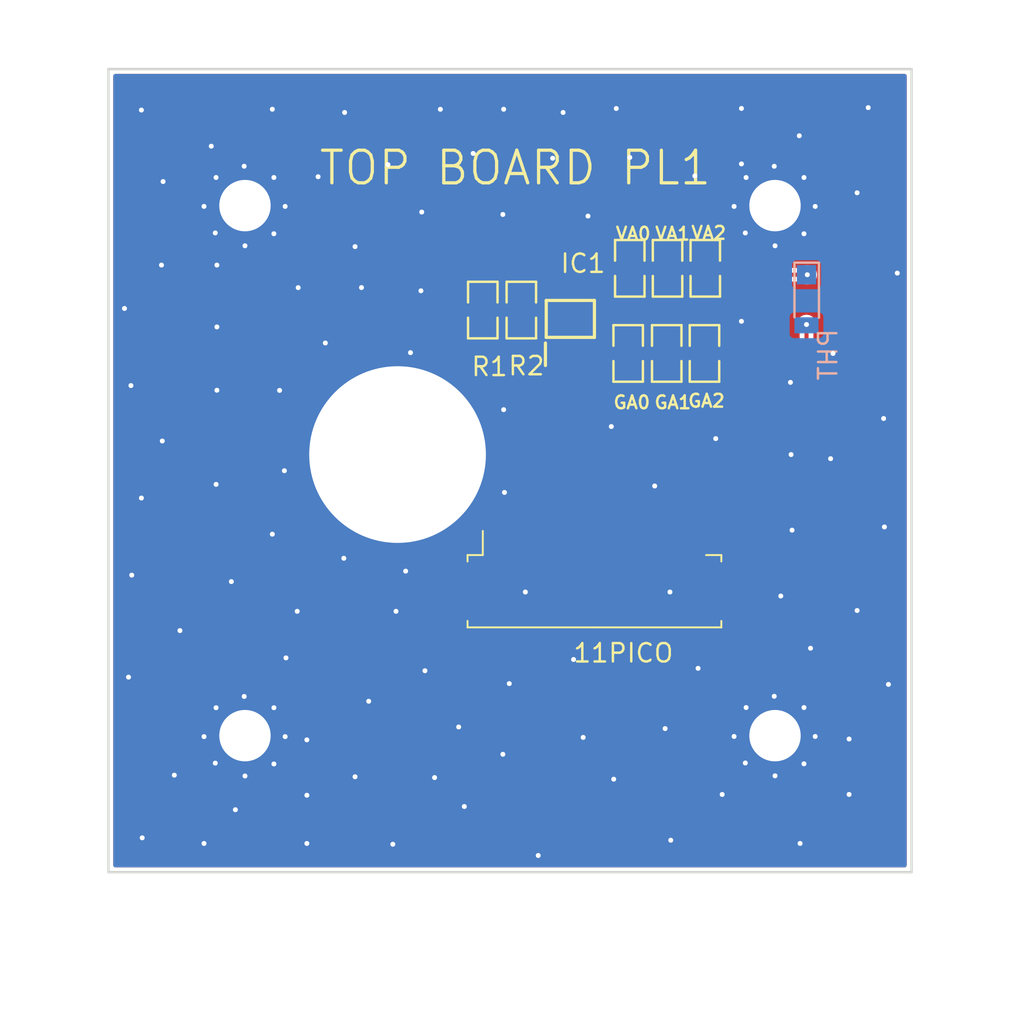
<source format=kicad_pcb>
(kicad_pcb (version 20211014) (generator pcbnew)
  (layers (0 "F.Cu" signal) (31 "B.Cu" signal) (34 "B.Paste" user) (35 "F.Paste" user) (36 "B.SilkS" user "B.Silkscreen") (37 "F.SilkS" user "F.Silkscreen") (38 "B.Mask" user) (39 "F.Mask" user) (44 "Edge.Cuts" user))
  (net 0 "")
  (net 1 "GND")
  (net 2 "PHOTODIODE_GND")
  (net 3 "PHOTODIODE")
  (net 4 "VCC")
  (net 5 "SCL")
  (net 6 "SDA")
  (net 7 "IC1_7")
  (net 8 "IC1_6")
  (net 9 "IC1_5")
  (footprint "easyeda:R0805" (layer "F.Cu") (at 37.438 89.078 90)
    (fp_text reference "GA0" (at -3.051 -0.999) (layer "F.SilkS") (effects (font (size 0.8 0.8) (thickness 0.152)) (justify left)))
    (fp_text value "5k" hide)
    (fp_line (start -1.761 -0.917) (end -0.476 -0.917) (layer "F.SilkS") (width 0.152))
    (fp_line (start 1.761 0.917) (end 1.761 -0.917) (layer "F.SilkS") (width 0.152))
    (fp_line (start 0.476 0.917) (end 1.761 0.917) (layer "F.SilkS") (width 0.152))
    (fp_line (start 1.761 -0.917) (end 0.476 -0.917) (layer "F.SilkS") (width 0.152))
    (fp_line (start -1.761 0.917) (end -1.761 -0.917) (layer "F.SilkS") (width 0.152))
    (fp_line (start -0.476 0.917) (end -1.761 0.917) (layer "F.SilkS") (width 0.152))
    (pad "1" smd rect locked (at -0.966 0 90) (size 1.133 1.377) (layers "F.Cu" "F.Paste" "F.Mask") (net 1 "GND"))
    (pad "2" smd rect locked (at 0.966 0 90) (size 1.133 1.377) (layers "F.Cu" "F.Paste" "F.Mask") (net 7 "IC1_7"))
  )
  (footprint "easyeda:R0805" (layer "F.Cu") (at 39.839 89.078 90)
    (fp_text reference "GA1" (at -3.051 -0.85) (layer "F.SilkS") (effects (font (size 0.8 0.8) (thickness 0.152)) (justify left)))
    (fp_text value "5k" hide)
    (fp_line (start -0.476 0.917) (end -1.761 0.917) (layer "F.SilkS") (width 0.152))
    (fp_line (start 1.761 0.917) (end 1.761 -0.917) (layer "F.SilkS") (width 0.152))
    (fp_line (start 0.476 0.917) (end 1.761 0.917) (layer "F.SilkS") (width 0.152))
    (fp_line (start -1.761 0.917) (end -1.761 -0.917) (layer "F.SilkS") (width 0.152))
    (fp_line (start 1.761 -0.917) (end 0.476 -0.917) (layer "F.SilkS") (width 0.152))
    (fp_line (start -1.761 -0.917) (end -0.476 -0.917) (layer "F.SilkS") (width 0.152))
    (pad "1" smd rect locked (at -0.966 0 90) (size 1.133 1.377) (layers "F.Cu" "F.Paste" "F.Mask") (net 1 "GND"))
    (pad "2" smd rect locked (at 0.966 0 90) (size 1.133 1.377) (layers "F.Cu" "F.Paste" "F.Mask") (net 8 "IC1_6"))
  )
  (footprint "easyeda:R0805" (layer "F.Cu") (at 37.538 83.777 90)
    (fp_text reference "VA0" (at 2.15 -0.951) (layer "F.SilkS") (effects (font (size 0.8 0.8) (thickness 0.152)) (justify left)))
    (fp_text value "5k" hide)
    (fp_line (start 0.476 0.917) (end 1.761 0.917) (layer "F.SilkS") (width 0.152))
    (fp_line (start -1.761 -0.917) (end -0.476 -0.917) (layer "F.SilkS") (width 0.152))
    (fp_line (start 1.761 -0.917) (end 0.476 -0.917) (layer "F.SilkS") (width 0.152))
    (fp_line (start -1.761 0.917) (end -1.761 -0.917) (layer "F.SilkS") (width 0.152))
    (fp_line (start 1.761 0.917) (end 1.761 -0.917) (layer "F.SilkS") (width 0.152))
    (fp_line (start -0.476 0.917) (end -1.761 0.917) (layer "F.SilkS") (width 0.152))
    (pad "1" smd rect locked (at -0.966 0 90) (size 1.133 1.377) (layers "F.Cu" "F.Paste" "F.Mask") (net 7 "IC1_7"))
    (pad "2" smd rect locked (at 0.966 0 90) (size 1.133 1.377) (layers "F.Cu" "F.Paste" "F.Mask") (net 4 "VCC"))
  )
  (footprint "easyeda:R0805" (layer "F.Cu") (at 39.889 83.777 90)
    (fp_text reference "VA1" (at 2.15 -0.851) (layer "F.SilkS") (effects (font (size 0.8 0.8) (thickness 0.152)) (justify left)))
    (fp_text value "5k" hide)
    (fp_line (start -0.476 0.917) (end -1.761 0.917) (layer "F.SilkS") (width 0.152))
    (fp_line (start 1.761 -0.917) (end 0.476 -0.917) (layer "F.SilkS") (width 0.152))
    (fp_line (start 1.761 0.917) (end 1.761 -0.917) (layer "F.SilkS") (width 0.152))
    (fp_line (start -1.761 0.917) (end -1.761 -0.917) (layer "F.SilkS") (width 0.152))
    (fp_line (start -1.761 -0.917) (end -0.476 -0.917) (layer "F.SilkS") (width 0.152))
    (fp_line (start 0.476 0.917) (end 1.761 0.917) (layer "F.SilkS") (width 0.152))
    (pad "1" smd rect locked (at -0.966 0 90) (size 1.133 1.377) (layers "F.Cu" "F.Paste" "F.Mask") (net 8 "IC1_6"))
    (pad "2" smd rect locked (at 0.966 0 90) (size 1.133 1.377) (layers "F.Cu" "F.Paste" "F.Mask") (net 4 "VCC"))
  )
  (footprint "easyeda:R0805" (layer "F.Cu") (at 42.239 83.777 90)
    (fp_text reference "VA2" (at 2.2 -0.951) (layer "F.SilkS") (effects (font (size 0.8 0.8) (thickness 0.152)) (justify left)))
    (fp_text value "5k" hide)
    (fp_line (start -0.476 0.917) (end -1.761 0.917) (layer "F.SilkS") (width 0.152))
    (fp_line (start -1.761 -0.917) (end -0.476 -0.917) (layer "F.SilkS") (width 0.152))
    (fp_line (start 1.761 -0.917) (end 0.476 -0.917) (layer "F.SilkS") (width 0.152))
    (fp_line (start 0.476 0.917) (end 1.761 0.917) (layer "F.SilkS") (width 0.152))
    (fp_line (start 1.761 0.917) (end 1.761 -0.917) (layer "F.SilkS") (width 0.152))
    (fp_line (start -1.761 0.917) (end -1.761 -0.917) (layer "F.SilkS") (width 0.152))
    (pad "1" smd rect locked (at -0.966 0 90) (size 1.133 1.377) (layers "F.Cu" "F.Paste" "F.Mask") (net 9 "IC1_5"))
    (pad "2" smd rect locked (at 0.966 0 90) (size 1.133 1.377) (layers "F.Cu" "F.Paste" "F.Mask") (net 4 "VCC"))
  )
  (footprint "easyeda:R0805" (layer "F.Cu") (at 28.386 86.378 90)
    (fp_text reference "R1" (at -3.524 -0.798) (layer "F.SilkS") (effects (font (size 1.143 1.143) (thickness 0.152)) (justify left)))
    (fp_text value "5k" hide)
    (fp_line (start 1.761 0.917) (end 1.761 -0.917) (layer "F.SilkS") (width 0.152))
    (fp_line (start -0.476 0.917) (end -1.761 0.917) (layer "F.SilkS") (width 0.152))
    (fp_line (start -1.761 0.917) (end -1.761 -0.917) (layer "F.SilkS") (width 0.152))
    (fp_line (start 1.761 -0.917) (end 0.476 -0.917) (layer "F.SilkS") (width 0.152))
    (fp_line (start -1.761 -0.917) (end -0.476 -0.917) (layer "F.SilkS") (width 0.152))
    (fp_line (start 0.476 0.917) (end 1.761 0.917) (layer "F.SilkS") (width 0.152))
    (pad "1" smd rect locked (at -0.966 0 90) (size 1.133 1.377) (layers "F.Cu" "F.Paste" "F.Mask") (net 6 "SDA"))
    (pad "2" smd rect locked (at 0.966 0 90) (size 1.133 1.377) (layers "F.Cu" "F.Paste" "F.Mask") (net 4 "VCC"))
  )
  (footprint "easyeda:SLCD-61N8" (layer "F.Cu") (at 47.791 83.427 90)
    (fp_text reference "PHT" (at -4.018 2.085 -90) (layer "B.SilkS") (effects (font (size 1.143 1.143) (thickness 0.152)) (justify left mirror)))
    (fp_text value "SLCD-61N8" hide)
    (fp_line (start 0 0) (end 0 1.525) (layer "B.SilkS") (width 0.15))
    (fp_line (start 0 1.525) (end -3.429 1.525) (layer "B.SilkS") (width 0.15))
    (fp_line (start 0 0) (end -3.4 0) (layer "B.SilkS") (width 0.15))
    (pad "1" smd rect locked (at -3.9 0.75 90) (size 1 1.5) (layers "B.Cu" "B.Paste" "B.Mask") (net 3 "PHOTODIODE"))
    (pad "2" smd rect locked (at -0.75 0.75 90) (size 1.2 1.2) (layers "B.Cu" "B.Paste" "B.Mask") (net 2 "PHOTODIODE_GND"))
  )
  (footprint "easyeda:SOP65P490X110-8N" (layer "F.Cu") (at 33.837 86.928 90)
    (fp_text reference "IC1" (at 3.451 -0.7) (layer "F.SilkS") (effects (font (size 1.143 1.143) (thickness 0.152)) (justify left)))
    (fp_text value "TCN75AVUA713-VAO" hide)
    (fp_line (start -2.9 -1.55) (end -1.5 -1.55) (layer "F.SilkS") (width 0.2))
    (fp_line (start 1.15 1.5) (end -1.15 1.5) (layer "F.SilkS") (width 0.2))
    (fp_line (start -1.15 1.5) (end -1.15 -1.5) (layer "F.SilkS") (width 0.2))
    (fp_line (start -1.15 -1.5) (end 1.15 -1.5) (layer "F.SilkS") (width 0.2))
    (fp_line (start 1.15 -1.5) (end 1.15 1.5) (layer "F.SilkS") (width 0.2))
    (pad "1" smd rect locked (at -2.2 -0.975 90) (size 1.4 0.45) (layers "F.Cu" "F.Paste" "F.Mask") (net 6 "SDA"))
    (pad "2" smd rect locked (at -2.2 -0.325 90) (size 1.4 0.45) (layers "F.Cu" "F.Paste" "F.Mask") (net 5 "SCL"))
    (pad "3" smd rect locked (at -2.2 0.325 90) (size 1.4 0.45) (layers "F.Cu" "F.Paste" "F.Mask") (net 1 "GND"))
    (pad "4" smd rect locked (at -2.2 0.975 90) (size 1.4 0.45) (layers "F.Cu" "F.Paste" "F.Mask") (net 1 "GND"))
    (pad "5" smd rect locked (at 2.2 0.975 90) (size 1.4 0.45) (layers "F.Cu" "F.Paste" "F.Mask") (net 9 "IC1_5"))
    (pad "6" smd rect locked (at 2.2 0.325 90) (size 1.4 0.45) (layers "F.Cu" "F.Paste" "F.Mask") (net 8 "IC1_6"))
    (pad "7" smd rect locked (at 2.2 -0.325 90) (size 1.4 0.45) (layers "F.Cu" "F.Paste" "F.Mask") (net 7 "IC1_7"))
    (pad "8" smd rect locked (at 2.2 -0.975 90) (size 1.4 0.45) (layers "F.Cu" "F.Paste" "F.Mask") (net 4 "VCC"))
  )
  (footprint "easyeda:R0805" (layer "F.Cu") (at 42.189 89.078 90)
    (fp_text reference "GA2" (at -2.951 -1.101) (layer "F.SilkS") (effects (font (size 0.8 0.8) (thickness 0.152)) (justify left)))
    (fp_text value "5k" hide)
    (fp_line (start 1.761 -0.917) (end 0.476 -0.917) (layer "F.SilkS") (width 0.152))
    (fp_line (start 0.476 0.917) (end 1.761 0.917) (layer "F.SilkS") (width 0.152))
    (fp_line (start -1.761 -0.917) (end -0.476 -0.917) (layer "F.SilkS") (width 0.152))
    (fp_line (start -1.761 0.917) (end -1.761 -0.917) (layer "F.SilkS") (width 0.152))
    (fp_line (start 1.761 0.917) (end 1.761 -0.917) (layer "F.SilkS") (width 0.152))
    (fp_line (start -0.476 0.917) (end -1.761 0.917) (layer "F.SilkS") (width 0.152))
    (pad "1" smd rect locked (at -0.966 0 90) (size 1.133 1.377) (layers "F.Cu" "F.Paste" "F.Mask") (net 1 "GND"))
    (pad "2" smd rect locked (at 0.966 0 90) (size 1.133 1.377) (layers "F.Cu" "F.Paste" "F.Mask") (net 9 "IC1_5"))
  )
  (footprint "easyeda:MOLEX_PICOBLADE_53261-1171_11X1.25MM_ANGLED" (layer "F.Cu") (at 35.338 102.432)
    (fp_text reference "11PICO" (at -1.4 5.301) (layer "F.SilkS") (effects (font (size 1.143 1.143) (thickness 0.152)) (justify left)))
    (fp_text value "REF")
    (fp_line (start 6.95 -0.8) (end 7.9 -0.8) (layer "F.SilkS") (width 0.12))
    (fp_line (start 0.001 3.701) (end -7.901 3.701) (layer "F.SilkS") (width 0.12))
    (fp_line (start -7.901 3.701) (end -7.901 3.3) (layer "F.SilkS") (width 0.12))
    (fp_line (start -6.951 -0.8) (end -7.901 -0.8) (layer "F.SilkS") (width 0.12))
    (fp_line (start 7.9 -0.8) (end 7.9 -0.401) (layer "F.SilkS") (width 0.12))
    (fp_line (start 7.9 3.3) (end 7.9 3.701) (layer "F.SilkS") (width 0.12))
    (fp_line (start -7.901 -0.8) (end -7.901 -0.401) (layer "F.SilkS") (width 0.12))
    (fp_line (start 7.9 3.701) (end 0.001 3.701) (layer "F.SilkS") (width 0.12))
    (fp_line (start -6.951 -2.301) (end -6.951 -0.8) (layer "F.SilkS") (width 0.12))
    (pad "" smd rect locked (at -8.75 1.45) (size 2.2 3.1) (layers "F.Cu" "F.Paste" "F.Mask"))
    (pad "" smd rect locked (at 8.75 1.45) (size 2.2 3.1) (layers "F.Cu" "F.Paste" "F.Mask"))
    (pad "1" smd rect locked (at -6.25 -1.45) (size 0.8 1.7) (layers "F.Cu" "F.Paste" "F.Mask"))
    (pad "2" smd rect locked (at -5 -1.45) (size 0.8 1.7) (layers "F.Cu" "F.Paste" "F.Mask"))
    (pad "3" smd rect locked (at -3.75 -1.45) (size 0.8 1.7) (layers "F.Cu" "F.Paste" "F.Mask") (net 4 "VCC"))
    (pad "4" smd rect locked (at -2.5 -1.45) (size 0.8 1.7) (layers "F.Cu" "F.Paste" "F.Mask") (net 6 "SDA"))
    (pad "5" smd rect locked (at -1.25 -1.45) (size 0.8 1.7) (layers "F.Cu" "F.Paste" "F.Mask") (net 5 "SCL"))
    (pad "6" smd rect locked (at 0 -1.45) (size 0.8 1.7) (layers "F.Cu" "F.Paste" "F.Mask"))
    (pad "7" smd rect locked (at 1.25 -1.45) (size 0.8 1.7) (layers "F.Cu" "F.Paste" "F.Mask"))
    (pad "8" smd rect locked (at 2.5 -1.45) (size 0.8 1.7) (layers "F.Cu" "F.Paste" "F.Mask"))
    (pad "9" smd rect locked (at 3.75 -1.45) (size 0.8 1.7) (layers "F.Cu" "F.Paste" "F.Mask") (net 2 "PHOTODIODE_GND"))
    (pad "10" smd rect locked (at 5 -1.45) (size 0.8 1.7) (layers "F.Cu" "F.Paste" "F.Mask") (net 3 "PHOTODIODE"))
    (pad "11" smd rect locked (at 6.25 -1.45) (size 0.8 1.7) (layers "F.Cu" "F.Paste" "F.Mask") (net 1 "GND"))
  )
  (footprint "easyeda:R0805" (layer "F.Cu") (at 30.786 86.378 90)
    (fp_text reference "R2" (at -3.474 -0.898) (layer "F.SilkS") (effects (font (size 1.143 1.143) (thickness 0.152)) (justify left)))
    (fp_text value "5k" hide)
    (fp_line (start -1.761 0.917) (end -1.761 -0.917) (layer "F.SilkS") (width 0.152))
    (fp_line (start 1.761 -0.917) (end 0.476 -0.917) (layer "F.SilkS") (width 0.152))
    (fp_line (start 0.476 0.917) (end 1.761 0.917) (layer "F.SilkS") (width 0.152))
    (fp_line (start -0.476 0.917) (end -1.761 0.917) (layer "F.SilkS") (width 0.152))
    (fp_line (start -1.761 -0.917) (end -0.476 -0.917) (layer "F.SilkS") (width 0.152))
    (fp_line (start 1.761 0.917) (end 1.761 -0.917) (layer "F.SilkS") (width 0.152))
    (pad "1" smd rect locked (at -0.966 0 90) (size 1.133 1.377) (layers "F.Cu" "F.Paste" "F.Mask") (net 5 "SCL"))
    (pad "2" smd rect locked (at 0.966 0 90) (size 1.133 1.377) (layers "F.Cu" "F.Paste" "F.Mask") (net 4 "VCC"))
  )
  (gr_line (start 55.08 71.374) (end 55.08 121.374) (layer "Edge.Cuts") (width 0.15))
  (gr_line (start 5.08 71.374) (end 5.08 121.374) (layer "Edge.Cuts") (width 0.15))
  (gr_line (start 5.08 121.374) (end 55.08 121.374) (layer "Edge.Cuts") (width 0.15))
  (gr_line (start 5.08 71.374) (end 55.08 71.374) (layer "Edge.Cuts") (width 0.15))
  (gr_text "TOP BOARD PL1" (at 18.083 77.526) (layer "F.SilkS") (effects (font (size 2.032 2.032) (thickness 0.203)) (justify left)))
  (segment (start 39.839 90.045) (end 37.438 90.045) (width 0.254) (layer "F.Cu") (net 1))
  (segment (start 42.189 90.045) (end 39.839 90.045) (width 0.254) (layer "F.Cu") (net 1))
  (segment (start 35.729 90.045) (end 37.438 90.045) (width 0.254) (layer "F.Cu") (net 1))
  (segment (start 34.812 89.128) (end 34.162 89.128) (width 0.15) (layer "F.Cu") (net 1))
  (segment (start 34.812 89.128) (end 35.729 90.045) (width 0.254) (layer "F.Cu") (net 1))
  (via (at 22.785 119.636) (size 0.61) (drill 0.305) (layers "F.Cu" "B.Cu") (net 1))
  (via (at 53.392 99.881) (size 0.61) (drill 0.305) (layers "F.Cu" "B.Cu") (net 1))
  (via (at 13.53 77.424) (size 0.61) (drill 0.305) (layers "F.Cu" "B.Cu") (net 1))
  (via (at 13.582 115.386) (size 0.61) (drill 0.305) (layers "F.Cu" "B.Cu") (net 1))
  (via (at 39.739 112.434) (size 0.61) (drill 0.305) (layers "F.Cu" "B.Cu") (net 1))
  (via (at 44.031 112.925) (size 0.61) (drill 0.305) (layers "F.Cu" "B.Cu") (net 1))
  (via (at 19.734 101.832) (size 0.61) (drill 0.305) (layers "F.Cu" "B.Cu") (net 1))
  (via (at 17.434 116.585) (size 0.61) (drill 0.305) (layers "F.Cu" "B.Cu") (net 1))
  (via (at 48.091 75.525) (size 0.61) (drill 0.305) (layers "F.Cu" "B.Cu") (net 1))
  (via (at 11.782 97.23) (size 0.61) (drill 0.305) (layers "F.Cu" "B.Cu") (net 1))
  (via (at 44.781 111.125) (size 0.61) (drill 0.305) (layers "F.Cu" "B.Cu") (net 1))
  (via (at 50.191 89.079) (size 0.61) (drill 0.305) (layers "F.Cu" "B.Cu") (net 1))
  (via (at 13.58 79.874) (size 3.2) (drill 3.2) (layers "F.Cu" "B.Cu") (net 1))
  (via (at 48.382 81.626) (size 0.61) (drill 0.305) (layers "F.Cu" "B.Cu") (net 1))
  (via (at 36.697 73.828) (size 0.61) (drill 0.305) (layers "F.Cu" "B.Cu") (net 1))
  (via (at 47.641 100.081) (size 0.61) (drill 0.305) (layers "F.Cu" "B.Cu") (net 1))
  (via (at 51.192 116.535) (size 0.61) (drill 0.305) (layers "F.Cu" "B.Cu") (net 1))
  (via (at 15.283 100.331) (size 0.61) (drill 0.305) (layers "F.Cu" "B.Cu") (net 1))
  (via (at 16.893 84.981) (size 0.61) (drill 0.305) (layers "F.Cu" "B.Cu") (net 1))
  (via (at 29.636 114.035) (size 0.61) (drill 0.305) (layers "F.Cu" "B.Cu") (net 1))
  (via (at 34.037 108.133) (size 0.61) (drill 0.305) (layers "F.Cu" "B.Cu") (net 1))
  (via (at 9.531 106.333) (size 0.61) (drill 0.305) (layers "F.Cu" "B.Cu") (net 1))
  (via (at 29.686 92.579) (size 0.61) (drill 0.305) (layers "F.Cu" "B.Cu") (net 1))
  (via (at 6.33 109.233) (size 0.61) (drill 0.305) (layers "F.Cu" "B.Cu") (net 1))
  (via (at 6.08 86.278) (size 0.61) (drill 0.305) (layers "F.Cu" "B.Cu") (net 1))
  (via (at 24.585 80.276) (size 0.61) (drill 0.305) (layers "F.Cu" "B.Cu") (net 1))
  (via (at 44.731 114.576) (size 0.61) (drill 0.305) (layers "F.Cu" "B.Cu") (net 1))
  (via (at 46.582 82.376) (size 0.61) (drill 0.305) (layers "F.Cu" "B.Cu") (net 1))
  (via (at 18.583 88.428) (size 0.61) (drill 0.305) (layers "F.Cu" "B.Cu") (net 1))
  (via (at 53.342 93.13) (size 0.61) (drill 0.305) (layers "F.Cu" "B.Cu") (net 1))
  (via (at 40.039 103.932) (size 0.61) (drill 0.305) (layers "F.Cu" "B.Cu") (net 1))
  (via (at 48.791 107.433) (size 0.61) (drill 0.305) (layers "F.Cu" "B.Cu") (net 1))
  (via (at 52.383 73.774) (size 0.61) (drill 0.305) (layers "F.Cu" "B.Cu") (net 1))
  (via (at 44.731 81.576) (size 0.61) (drill 0.305) (layers "F.Cu" "B.Cu") (net 1))
  (via (at 23.08 95.374) (size 11) (drill 11) (layers "F.Cu" "B.Cu") (net 1))
  (via (at 50.041 95.63) (size 0.61) (drill 0.305) (layers "F.Cu" "B.Cu") (net 1))
  (via (at 27.786 76.625) (size 0.61) (drill 0.305) (layers "F.Cu" "B.Cu") (net 1))
  (via (at 8.481 78.376) (size 0.61) (drill 0.305) (layers "F.Cu" "B.Cu") (net 1))
  (via (at 29.736 97.731) (size 0.61) (drill 0.305) (layers "F.Cu" "B.Cu") (net 1))
  (via (at 48.141 119.586) (size 0.61) (drill 0.305) (layers "F.Cu" "B.Cu") (net 1))
  (via (at 8.431 94.53) (size 0.61) (drill 0.305) (layers "F.Cu" "B.Cu") (net 1))
  (via (at 44.781 78.125) (size 0.61) (drill 0.305) (layers "F.Cu" "B.Cu") (net 1))
  (via (at 16.033 96.38) (size 0.61) (drill 0.305) (layers "F.Cu" "B.Cu") (net 1))
  (via (at 17.433 119.586) (size 0.61) (drill 0.305) (layers "F.Cu" "B.Cu") (net 1))
  (via (at 53.642 109.684) (size 0.61) (drill 0.305) (layers "F.Cu" "B.Cu") (net 1))
  (via (at 16.082 112.935) (size 0.61) (drill 0.305) (layers "F.Cu" "B.Cu") (net 1))
  (via (at 29.686 73.875) (size 0.61) (drill 0.305) (layers "F.Cu" "B.Cu") (net 1))
  (via (at 13.58 112.874) (size 3.2) (drill 3.2) (layers "F.Cu" "B.Cu") (net 1))
  (via (at 11.73 81.575) (size 0.61) (drill 0.305) (layers "F.Cu" "B.Cu") (net 1))
  (via (at 46.532 110.424) (size 0.61) (drill 0.305) (layers "F.Cu" "B.Cu") (net 1))
  (via (at 15.283 73.875) (size 0.61) (drill 0.305) (layers "F.Cu" "B.Cu") (net 1))
  (via (at 16.133 108.033) (size 0.61) (drill 0.305) (layers "F.Cu" "B.Cu") (net 1))
  (via (at 48.382 114.626) (size 0.61) (drill 0.305) (layers "F.Cu" "B.Cu") (net 1))
  (via (at 9.181 115.335) (size 0.61) (drill 0.305) (layers "F.Cu" "B.Cu") (net 1))
  (via (at 46.94 104.182) (size 0.61) (drill 0.305) (layers "F.Cu" "B.Cu") (net 1))
  (via (at 11.029 79.924) (size 0.61) (drill 0.305) (layers "F.Cu" "B.Cu") (net 1))
  (via (at 24.785 108.833) (size 0.61) (drill 0.305) (layers "F.Cu" "B.Cu") (net 1))
  (via (at 36.538 115.585) (size 0.61) (drill 0.305) (layers "F.Cu" "B.Cu") (net 1))
  (via (at 44.49 77.276) (size 0.61) (drill 0.305) (layers "F.Cu" "B.Cu") (net 1))
  (via (at 7.131 73.925) (size 0.61) (drill 0.305) (layers "F.Cu" "B.Cu") (net 1))
  (via (at 11.832 87.428) (size 0.61) (drill 0.305) (layers "F.Cu" "B.Cu") (net 1))
  (via (at 7.181 119.236) (size 0.61) (drill 0.305) (layers "F.Cu" "B.Cu") (net 1))
  (via (at 15.38 81.625) (size 0.61) (drill 0.305) (layers "F.Cu" "B.Cu") (net 1))
  (via (at 11.78 78.124) (size 0.61) (drill 0.305) (layers "F.Cu" "B.Cu") (net 1))
  (via (at 44.49 73.825) (size 0.61) (drill 0.305) (layers "F.Cu" "B.Cu") (net 1))
  (via (at 23.885 89.029) (size 0.61) (drill 0.305) (layers "F.Cu" "B.Cu") (net 1))
  (via (at 8.381 83.577) (size 0.61) (drill 0.305) (layers "F.Cu" "B.Cu") (net 1))
  (via (at 11.832 91.37) (size 0.61) (drill 0.305) (layers "F.Cu" "B.Cu") (net 1))
  (via (at 11.031 119.587) (size 0.61) (drill 0.305) (layers "F.Cu" "B.Cu") (net 1))
  (via (at 31.037 103.932) (size 0.61) (drill 0.305) (layers "F.Cu" "B.Cu") (net 1))
  (via (at 44.031 79.925) (size 0.61) (drill 0.305) (layers "F.Cu" "B.Cu") (net 1))
  (via (at 34.637 112.985) (size 0.61) (drill 0.305) (layers "F.Cu" "B.Cu") (net 1))
  (via (at 21.284 110.734) (size 0.61) (drill 0.305) (layers "F.Cu" "B.Cu") (net 1))
  (via (at 41.789 108.683) (size 0.61) (drill 0.305) (layers "F.Cu" "B.Cu") (net 1))
  (via (at 12.982 117.486) (size 0.61) (drill 0.305) (layers "F.Cu" "B.Cu") (net 1))
  (via (at 30.036 109.634) (size 0.61) (drill 0.305) (layers "F.Cu" "B.Cu") (net 1))
  (via (at 26.885 112.334) (size 0.61) (drill 0.305) (layers "F.Cu" "B.Cu") (net 1))
  (via (at 24.535 85.177) (size 0.61) (drill 0.305) (layers "F.Cu" "B.Cu") (net 1))
  (via (at 6.53 102.882) (size 0.61) (drill 0.305) (layers "F.Cu" "B.Cu") (net 1))
  (via (at 16.833 105.133) (size 0.61) (drill 0.305) (layers "F.Cu" "B.Cu") (net 1))
  (via (at 15.38 78.124) (size 0.61) (drill 0.305) (layers "F.Cu" "B.Cu") (net 1))
  (via (at 15.382 111.135) (size 0.61) (drill 0.305) (layers "F.Cu" "B.Cu") (net 1))
  (via (at 17.433 113.135) (size 0.61) (drill 0.305) (layers "F.Cu" "B.Cu") (net 1))
  (via (at 22.984 105.133) (size 0.61) (drill 0.305) (layers "F.Cu" "B.Cu") (net 1))
  (via (at 49.082 112.925) (size 0.61) (drill 0.305) (layers "F.Cu" "B.Cu") (net 1))
  (via (at 19.784 74.075) (size 0.61) (drill 0.305) (layers "F.Cu" "B.Cu") (net 1))
  (via (at 25.745 73.878) (size 0.61) (drill 0.305) (layers "F.Cu" "B.Cu") (net 1))
  (via (at 51.692 105.083) (size 0.61) (drill 0.305) (layers "F.Cu" "B.Cu") (net 1))
  (via (at 54.192 84.077) (size 0.61) (drill 0.305) (layers "F.Cu" "B.Cu") (net 1))
  (via (at 20.434 115.435) (size 0.61) (drill 0.305) (layers "F.Cu" "B.Cu") (net 1))
  (via (at 46.58 79.874) (size 3.2) (drill 3.2) (layers "F.Cu" "B.Cu") (net 1))
  (via (at 33.387 74.075) (size 0.61) (drill 0.305) (layers "F.Cu" "B.Cu") (net 1))
  (via (at 34.937 80.526) (size 0.61) (drill 0.305) (layers "F.Cu" "B.Cu") (net 1))
  (via (at 27.236 117.286) (size 0.61) (drill 0.305) (layers "F.Cu" "B.Cu") (net 1))
  (via (at 49.082 79.925) (size 0.61) (drill 0.305) (layers "F.Cu" "B.Cu") (net 1))
  (via (at 18.133 78.076) (size 0.61) (drill 0.305) (layers "F.Cu" "B.Cu") (net 1))
  (via (at 11.731 114.585) (size 0.61) (drill 0.305) (layers "F.Cu" "B.Cu") (net 1))
  (via (at 39.089 97.331) (size 0.61) (drill 0.305) (layers "F.Cu" "B.Cu") (net 1))
  (via (at 37.538 76.875) (size 0.61) (drill 0.305) (layers "F.Cu" "B.Cu") (net 1))
  (via (at 7.131 98.081) (size 0.61) (drill 0.305) (layers "F.Cu" "B.Cu") (net 1))
  (via (at 13.532 110.434) (size 0.61) (drill 0.305) (layers "F.Cu" "B.Cu") (net 1))
  (via (at 15.382 114.636) (size 0.61) (drill 0.305) (layers "F.Cu" "B.Cu") (net 1))
  (via (at 46.58 112.874) (size 3.2) (drill 3.2) (layers "F.Cu" "B.Cu") (net 1))
  (via (at 22.484 77.326) (size 0.61) (drill 0.305) (layers "F.Cu" "B.Cu") (net 1))
  (via (at 36.388 93.63) (size 0.61) (drill 0.305) (layers "F.Cu" "B.Cu") (net 1))
  (via (at 32.737 76.925) (size 0.61) (drill 0.305) (layers "F.Cu" "B.Cu") (net 1))
  (via (at 41.589 78.026) (size 0.61) (drill 0.305) (layers "F.Cu" "B.Cu") (net 1))
  (via (at 40.089 119.386) (size 0.61) (drill 0.305) (layers "F.Cu" "B.Cu") (net 1))
  (via (at 25.385 115.485) (size 0.61) (drill 0.305) (layers "F.Cu" "B.Cu") (net 1))
  (via (at 48.382 78.125) (size 0.61) (drill 0.305) (layers "F.Cu" "B.Cu") (net 1))
  (via (at 13.58 82.375) (size 0.61) (drill 0.305) (layers "F.Cu" "B.Cu") (net 1))
  (via (at 6.48 91.079) (size 0.61) (drill 0.305) (layers "F.Cu" "B.Cu") (net 1))
  (via (at 20.434 82.427) (size 0.61) (drill 0.305) (layers "F.Cu" "B.Cu") (net 1))
  (via (at 46.532 77.425) (size 0.61) (drill 0.305) (layers "F.Cu" "B.Cu") (net 1))
  (via (at 16.081 79.924) (size 0.61) (drill 0.305) (layers "F.Cu" "B.Cu") (net 1))
  (via (at 29.636 80.426) (size 0.61) (drill 0.305) (layers "F.Cu" "B.Cu") (net 1))
  (via (at 15.733 91.379) (size 0.61) (drill 0.305) (layers "F.Cu" "B.Cu") (net 1))
  (via (at 42.889 94.38) (size 0.61) (drill 0.305) (layers "F.Cu" "B.Cu") (net 1))
  (via (at 20.834 84.977) (size 0.61) (drill 0.305) (layers "F.Cu" "B.Cu") (net 1))
  (via (at 47.541 90.879) (size 0.61) (drill 0.305) (layers "F.Cu" "B.Cu") (net 1))
  (via (at 51.692 79.076) (size 0.61) (drill 0.305) (layers "F.Cu" "B.Cu") (net 1))
  (via (at 48.382 111.125) (size 0.61) (drill 0.305) (layers "F.Cu" "B.Cu") (net 1))
  (via (at 46.582 115.376) (size 0.61) (drill 0.305) (layers "F.Cu" "B.Cu") (net 1))
  (via (at 31.837 120.336) (size 0.61) (drill 0.305) (layers "F.Cu" "B.Cu") (net 1))
  (via (at 12.732 103.282) (size 0.61) (drill 0.305) (layers "F.Cu" "B.Cu") (net 1))
  (via (at 23.585 102.632) (size 0.61) (drill 0.305) (layers "F.Cu" "B.Cu") (net 1))
  (via (at 11.781 111.135) (size 0.61) (drill 0.305) (layers "F.Cu" "B.Cu") (net 1))
  (via (at 44.49 87.078) (size 0.61) (drill 0.305) (layers "F.Cu" "B.Cu") (net 1))
  (via (at 11.832 83.577) (size 0.61) (drill 0.305) (layers "F.Cu" "B.Cu") (net 1))
  (via (at 47.58 95.374) (size 0.61) (drill 0.305) (layers "F.Cu" "B.Cu") (net 1))
  (via (at 11.031 112.935) (size 0.61) (drill 0.305) (layers "F.Cu" "B.Cu") (net 1))
  (via (at 11.482 76.175) (size 0.61) (drill 0.305) (layers "F.Cu" "B.Cu") (net 1))
  (via (at 51.192 113.084) (size 0.61) (drill 0.305) (layers "F.Cu" "B.Cu") (net 1))
  (via (at 43.29 116.536) (size 0.61) (drill 0.305) (layers "F.Cu" "B.Cu") (net 1))
  (segment (start 46.441 84.877) (end 47.14 84.178) (width 0.254) (layer "F.Cu") (net 2))
  (segment (start 40.538 98.08) (end 45.39 98.08) (width 0.254) (layer "F.Cu") (net 2))
  (segment (start 45.39 98.08) (end 46.441 97.031) (width 0.254) (layer "F.Cu") (net 2))
  (segment (start 39.088 100.983) (end 39.088 99.53) (width 0.254) (layer "F.Cu") (net 2))
  (segment (start 46.441 97.031) (end 46.441 84.877) (width 0.254) (layer "F.Cu") (net 2))
  (segment (start 47.14 84.178) (end 48.59 84.178) (width 0.254) (layer "F.Cu") (net 2))
  (segment (start 39.088 99.53) (end 40.538 98.08) (width 0.254) (layer "F.Cu") (net 2))
  (via (at 48.591 84.177) (size 0.61) (drill 0.305) (layers "F.Cu" "B.Cu") (net 2))
  (segment (start 40.338 99.733) (end 41.189 98.88) (width 0.254) (layer "F.Cu") (net 3))
  (segment (start 46.69 98.88) (end 48.541 97.029) (width 0.254) (layer "F.Cu") (net 3))
  (segment (start 41.189 98.88) (end 46.69 98.88) (width 0.254) (layer "F.Cu") (net 3))
  (segment (start 48.541 97.029) (end 48.541 87.278) (width 0.254) (layer "F.Cu") (net 3))
  (segment (start 40.338 100.983) (end 40.338 99.733) (width 0.254) (layer "F.Cu") (net 3))
  (via (at 48.541 87.278) (size 0.61) (drill 0.305) (layers "F.Cu" "B.Cu") (net 3))
  (segment (start 32.862 83.252) (end 33.637 82.477) (width 0.254) (layer "F.Cu") (net 4))
  (segment (start 30.437 90.279) (end 31.587 91.628) (width 0.254) (layer "F.Cu") (net 4))
  (segment (start 31.587 91.628) (end 31.587 100.983) (width 0.254) (layer "F.Cu") (net 4))
  (segment (start 27.485 90.279) (end 30.437 90.279) (width 0.254) (layer "F.Cu") (net 4))
  (segment (start 26.436 86.279) (end 26.436 89.228) (width 0.254) (layer "F.Cu") (net 4))
  (segment (start 26.436 89.228) (end 27.485 90.279) (width 0.254) (layer "F.Cu") (net 4))
  (segment (start 31.87 85.411) (end 30.787 85.411) (width 0.293) (layer "F.Cu") (net 4))
  (segment (start 28.387 85.413) (end 27.302 85.413) (width 0.254) (layer "F.Cu") (net 4))
  (segment (start 32.863 84.728) (end 32.586 84.728) (width 0.293) (layer "F.Cu") (net 4))
  (segment (start 42.239 82.811) (end 39.889 82.811) (width 0.254) (layer "F.Cu") (net 4))
  (segment (start 32.586 84.728) (end 31.87 85.411) (width 0.293) (layer "F.Cu") (net 4))
  (segment (start 32.862 84.728) (end 32.862 83.252) (width 0.254) (layer "F.Cu") (net 4))
  (segment (start 39.889 82.811) (end 37.538 82.811) (width 0.254) (layer "F.Cu") (net 4))
  (segment (start 37.204 82.477) (end 37.538 82.811) (width 0.254) (layer "F.Cu") (net 4))
  (segment (start 27.302 85.413) (end 26.436 86.279) (width 0.254) (layer "F.Cu") (net 4))
  (segment (start 33.637 82.477) (end 37.204 82.477) (width 0.254) (layer "F.Cu") (net 4))
  (segment (start 30.787 85.428) (end 28.386 85.428) (width 0.293) (layer "F.Cu") (net 4))
  (segment (start 33.512 89.128) (end 33.512 90.204) (width 0.254) (layer "F.Cu") (net 5))
  (segment (start 33.512 90.204) (end 34.088 90.779) (width 0.254) (layer "F.Cu") (net 5))
  (segment (start 34.088 90.779) (end 34.088 100.982) (width 0.254) (layer "F.Cu") (net 5))
  (segment (start 33.512 89.128) (end 33.512 88.003) (width 0.293) (layer "F.Cu") (net 5))
  (segment (start 33.512 88.003) (end 32.853 87.344) (width 0.293) (layer "F.Cu") (net 5))
  (segment (start 32.853 87.344) (end 30.787 87.344) (width 0.293) (layer "F.Cu") (net 5))
  (segment (start 32.812 100.983) (end 32.862 100.932) (width 0.254) (layer "F.Cu") (net 6))
  (segment (start 32.862 89.128) (end 29.135 89.128) (width 0.293) (layer "F.Cu") (net 6))
  (segment (start 28.386 88.378) (end 28.386 87.344) (width 0.293) (layer "F.Cu") (net 6))
  (segment (start 29.135 89.128) (end 28.386 88.378) (width 0.293) (layer "F.Cu") (net 6))
  (segment (start 32.862 100.932) (end 32.862 89.128) (width 0.254) (layer "F.Cu") (net 6))
  (segment (start 33.987 82.977) (end 35.772 82.977) (width 0.254) (layer "F.Cu") (net 7))
  (segment (start 37.103 87.778) (end 37.438 88.114) (width 0.254) (layer "F.Cu") (net 7))
  (segment (start 33.511 84.728) (end 33.511 86.353) (width 0.254) (layer "F.Cu") (net 7))
  (segment (start 34.937 87.778) (end 37.103 87.778) (width 0.254) (layer "F.Cu") (net 7))
  (segment (start 33.511 86.353) (end 34.937 87.778) (width 0.254) (layer "F.Cu") (net 7))
  (segment (start 35.772 82.977) (end 37.537 84.743) (width 0.254) (layer "F.Cu") (net 7))
  (segment (start 33.512 83.452) (end 33.987 82.977) (width 0.254) (layer "F.Cu") (net 7))
  (segment (start 33.512 84.728) (end 33.512 83.452) (width 0.254) (layer "F.Cu") (net 7))
  (segment (start 34.162 83.902) (end 34.538 83.527) (width 0.254) (layer "F.Cu") (net 8))
  (segment (start 34.162 84.728) (end 34.162 83.902) (width 0.254) (layer "F.Cu") (net 8))
  (segment (start 34.538 83.527) (end 35.114 83.527) (width 0.254) (layer "F.Cu") (net 8))
  (segment (start 35.688 85.827) (end 38.805 85.827) (width 0.254) (layer "F.Cu") (net 8))
  (segment (start 35.114 83.527) (end 35.437 83.826) (width 0.254) (layer "F.Cu") (net 8))
  (segment (start 38.805 85.827) (end 39.89 84.743) (width 0.254) (layer "F.Cu") (net 8))
  (segment (start 35.437 85.576) (end 35.688 85.827) (width 0.254) (layer "F.Cu") (net 8))
  (segment (start 38.655 86.927) (end 39.839 88.114) (width 0.254) (layer "F.Cu") (net 8))
  (segment (start 34.162 84.728) (end 34.162 86.153) (width 0.254) (layer "F.Cu") (net 8))
  (segment (start 35.437 83.826) (end 35.437 85.576) (width 0.254) (layer "F.Cu") (net 8))
  (segment (start 34.162 86.153) (end 34.937 86.927) (width 0.254) (layer "F.Cu") (net 8))
  (segment (start 34.937 86.927) (end 38.655 86.927) (width 0.254) (layer "F.Cu") (net 8))
  (segment (start 40.204 86.328) (end 41.19 86.328) (width 0.254) (layer "F.Cu") (net 9))
  (segment (start 42.189 88.119) (end 40.405 86.328) (width 0.254) (layer "F.Cu") (net 9))
  (segment (start 35.288 86.378) (end 34.812 85.903) (width 0.254) (layer "F.Cu") (net 9))
  (segment (start 40.055 86.328) (end 40.204 86.328) (width 0.254) (layer "F.Cu") (net 9))
  (segment (start 42.239 85.279) (end 42.239 84.743) (width 0.254) (layer "F.Cu") (net 9))
  (segment (start 40.405 86.328) (end 35.288 86.378) (width 0.254) (layer "F.Cu") (net 9))
  (segment (start 34.812 85.903) (end 34.812 84.728) (width 0.254) (layer "F.Cu") (net 9))
  (segment (start 41.19 86.328) (end 42.239 85.279) (width 0.254) (layer "F.Cu") (net 9))
  (zone (net 1) (net_name "GND") (layer "F.Cu") (connect_pads (clearance 0.3)) (min_thickness 0.254) (fill yes (thermal_gap 0.508) (thermal_bridge_width 0.508))
    (polygon (pts (xy 0.479 67.773) (xy 59.594 67.773) (xy 59.994 68.173) (xy 59.994 127.538) (xy 59.794 127.738) (xy 0.579 127.738)))
  )
  (zone (net 1) (net_name "GND") (layer "B.Cu") (connect_pads (clearance 0.3)) (min_thickness 0.254) (fill yes (thermal_gap 0.508) (thermal_bridge_width 0.508))
    (polygon (pts (xy -1.572 67.073) (xy 61.694 67.073) (xy 61.944 67.323) (xy 61.944 130.389) (xy 62.094 130.539) (xy -1.372 130.539) (xy -1.672 130.839)))
  )
)
</source>
